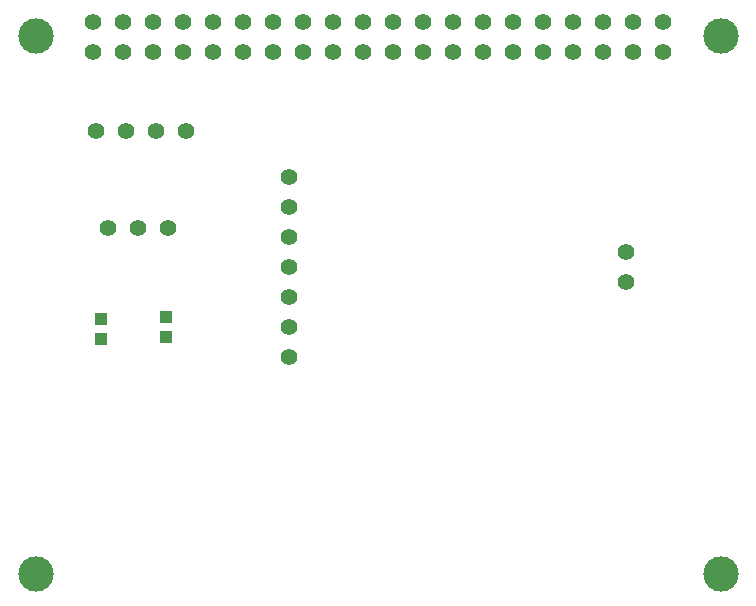
<source format=gts>
G75*
%MOIN*%
%OFA0B0*%
%FSLAX25Y25*%
%IPPOS*%
%LPD*%
%AMOC8*
5,1,8,0,0,1.08239X$1,22.5*
%
%ADD10C,0.11811*%
%ADD11R,0.03937X0.04331*%
%ADD12C,0.05600*%
D10*
X0037273Y0028792D03*
X0265619Y0028792D03*
X0265619Y0207926D03*
X0037273Y0207926D03*
D11*
X0059044Y0113871D03*
X0059044Y0107178D03*
X0080698Y0107572D03*
X0080698Y0114264D03*
D12*
X0081210Y0144107D03*
X0071210Y0144107D03*
X0061210Y0144107D03*
X0057469Y0176390D03*
X0067469Y0176390D03*
X0077469Y0176390D03*
X0087469Y0176390D03*
X0086446Y0202650D03*
X0096446Y0202650D03*
X0106446Y0202650D03*
X0116446Y0202650D03*
X0126446Y0202650D03*
X0136446Y0202650D03*
X0146446Y0202650D03*
X0156446Y0202650D03*
X0166446Y0202650D03*
X0176446Y0202650D03*
X0186446Y0202650D03*
X0196446Y0202650D03*
X0206446Y0202650D03*
X0216446Y0202650D03*
X0226446Y0202650D03*
X0236446Y0202650D03*
X0246446Y0202650D03*
X0246446Y0212650D03*
X0236446Y0212650D03*
X0226446Y0212650D03*
X0216446Y0212650D03*
X0206446Y0212650D03*
X0196446Y0212650D03*
X0186446Y0212650D03*
X0176446Y0212650D03*
X0166446Y0212650D03*
X0156446Y0212650D03*
X0146446Y0212650D03*
X0136446Y0212650D03*
X0126446Y0212650D03*
X0116446Y0212650D03*
X0106446Y0212650D03*
X0096446Y0212650D03*
X0086446Y0212650D03*
X0076446Y0212650D03*
X0066446Y0212650D03*
X0056446Y0212650D03*
X0056446Y0202650D03*
X0066446Y0202650D03*
X0076446Y0202650D03*
X0121564Y0161115D03*
X0121564Y0151115D03*
X0121564Y0141115D03*
X0121564Y0131115D03*
X0121564Y0121115D03*
X0121564Y0111115D03*
X0121564Y0101115D03*
X0234064Y0126115D03*
X0234064Y0136115D03*
M02*

</source>
